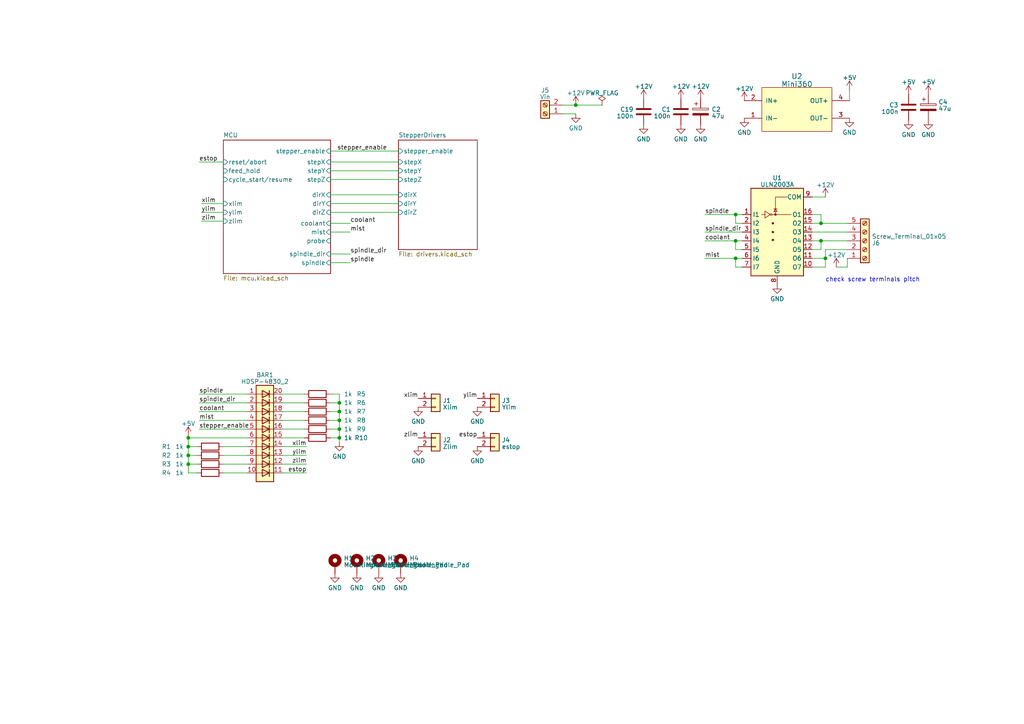
<source format=kicad_sch>
(kicad_sch (version 20230121) (generator eeschema)
  (paper "A4")
  (title_block (title "CNC controller") (date "2023-08-26") (rev "A") (company "Xavier Bourlot"))
  (lib_symbols
    (symbol "Connector:Screw_Terminal_01x02" (pin_names (offset 1.016) hide)
      (property "Reference" "J" (at 0 2.54 0))
      (property "Value" "Screw_Terminal_01x02" (at 0 -5.08 0))
      (symbol "Screw_Terminal_01x02_1_1"
        (rectangle (start -1.27 1.27) (end 1.27 -3.81) (stroke (width 0.254)) (fill (type background)))
        (circle (center 0 -2.54) (radius 0.635) (stroke (width 0.1524)))
        (polyline (pts (xy -0.5334 -2.2098) (xy 0.3302 -3.048)) (stroke (width 0.1524)))
        (polyline (pts (xy -0.5334 0.3302) (xy 0.3302 -0.508)) (stroke (width 0.1524)))
        (polyline (pts (xy -0.3556 -2.032) (xy 0.508 -2.8702)) (stroke (width 0.1524)))
        (polyline (pts (xy -0.3556 0.508) (xy 0.508 -0.3302)) (stroke (width 0.1524)))
        (circle (center 0 0) (radius 0.635) (stroke (width 0.1524)))
        (pin passive line (at -5.08 0 0) (length 3.81) (name "Pin_1") (number "1"))
        (pin passive line (at -5.08 -2.54 0) (length 3.81) (name "Pin_2") (number "2"))
      )
    )
    (symbol "Connector:Screw_Terminal_01x05" (pin_names (offset 1.016) hide)
      (property "Reference" "J" (at 0 7.62 0))
      (property "Value" "Screw_Terminal_01x05" (at 0 -7.62 0))
      (symbol "Screw_Terminal_01x05_1_1"
        (rectangle (start -1.27 6.35) (end 1.27 -6.35) (stroke (width 0.254)) (fill (type background)))
        (circle (center 0 -5.08) (radius 0.635) (stroke (width 0.1524)))
        (circle (center 0 -2.54) (radius 0.635) (stroke (width 0.1524)))
        (polyline (pts (xy -0.5334 -4.7498) (xy 0.3302 -5.588)) (stroke (width 0.1524)))
        (polyline (pts (xy -0.5334 -2.2098) (xy 0.3302 -3.048)) (stroke (width 0.1524)))
        (polyline (pts (xy -0.5334 0.3302) (xy 0.3302 -0.508)) (stroke (width 0.1524)))
        (polyline (pts (xy -0.5334 2.8702) (xy 0.3302 2.032)) (stroke (width 0.1524)))
        (polyline (pts (xy -0.5334 5.4102) (xy 0.3302 4.572)) (stroke (width 0.1524)))
        (polyline (pts (xy -0.3556 -4.572) (xy 0.508 -5.4102)) (stroke (width 0.1524)))
        (polyline (pts (xy -0.3556 -2.032) (xy 0.508 -2.8702)) (stroke (width 0.1524)))
        (polyline (pts (xy -0.3556 0.508) (xy 0.508 -0.3302)) (stroke (width 0.1524)))
        (polyline (pts (xy -0.3556 3.048) (xy 0.508 2.2098)) (stroke (width 0.1524)))
        (polyline (pts (xy -0.3556 5.588) (xy 0.508 4.7498)) (stroke (width 0.1524)))
        (circle (center 0 0) (radius 0.635) (stroke (width 0.1524)))
        (circle (center 0 2.54) (radius 0.635) (stroke (width 0.1524)))
        (circle (center 0 5.08) (radius 0.635) (stroke (width 0.1524)))
        (pin passive line (at -5.08 5.08 0) (length 3.81) (name "Pin_1") (number "1"))
        (pin passive line (at -5.08 2.54 0) (length 3.81) (name "Pin_2") (number "2"))
        (pin passive line (at -5.08 0 0) (length 3.81) (name "Pin_3") (number "3"))
        (pin passive line (at -5.08 -2.54 0) (length 3.81) (name "Pin_4") (number "4"))
        (pin passive line (at -5.08 -5.08 0) (length 3.81) (name "Pin_5") (number "5"))
      )
    )
    (symbol "Connector_Generic:Conn_01x02" (pin_names (offset 1.016) hide)
      (property "Reference" "J" (at 0 2.54 0))
      (property "Value" "Conn_01x02" (at 0 -5.08 0))
      (symbol "Conn_01x02_1_1"
        (rectangle (start -1.27 -2.413) (end 0 -2.667) (stroke (width 0.1524)))
        (rectangle (start -1.27 0.127) (end 0 -0.127) (stroke (width 0.1524)))
        (rectangle (start -1.27 1.27) (end 1.27 -3.81) (stroke (width 0.254)) (fill (type background)))
        (pin passive line (at -5.08 0 0) (length 3.81) (name "Pin_1") (number "1"))
        (pin passive line (at -5.08 -2.54 0) (length 3.81) (name "Pin_2") (number "2"))
      )
    )
    (symbol "Device:C" (pin_numbers hide) (pin_names (offset 0.254))
      (property "Reference" "C" (at 0.635 2.54 0))
      (property "Value" "C" (at 0.635 -2.54 0))
      (symbol "C_0_1"
        (polyline (pts (xy -2.032 -0.762) (xy 2.032 -0.762)) (stroke (width 0.508)))
        (polyline (pts (xy -2.032 0.762) (xy 2.032 0.762)) (stroke (width 0.508)))
      )
      (symbol "C_1_1"
        (pin passive line (at 0 3.81 270) (length 2.794) (name "~") (number "1"))
        (pin passive line (at 0 -3.81 90) (length 2.794) (name "~") (number "2"))
      )
    )
    (symbol "Device:C_Polarized" (pin_numbers hide) (pin_names (offset 0.254))
      (property "Reference" "C" (at 0.635 2.54 0))
      (property "Value" "C_Polarized" (at 0.635 -2.54 0))
      (symbol "C_Polarized_0_1"
        (rectangle (start -2.286 0.508) (end 2.286 1.016))
        (polyline (pts (xy -1.778 2.286) (xy -0.762 2.286)))
        (polyline (pts (xy -1.27 2.794) (xy -1.27 1.778)))
        (rectangle (start 2.286 -0.508) (end -2.286 -1.016) (fill (type outline)))
      )
      (symbol "C_Polarized_1_1"
        (pin passive line (at 0 3.81 270) (length 2.794) (name "~") (number "1"))
        (pin passive line (at 0 -3.81 90) (length 2.794) (name "~") (number "2"))
      )
    )
    (symbol "Device:R" (pin_numbers hide) (pin_names (offset 0))
      (property "Reference" "R" (at 2.032 0 90))
      (property "Value" "R" (at 0 0 90))
      (symbol "R_0_1"
        (rectangle (start -1.016 -2.54) (end 1.016 2.54) (stroke (width 0.254)))
      )
      (symbol "R_1_1"
        (pin passive line (at 0 3.81 270) (length 1.27) (name "~") (number "1"))
        (pin passive line (at 0 -3.81 90) (length 1.27) (name "~") (number "2"))
      )
    )
    (symbol "LED:HDSP-4830_2" (pin_names (offset 1.016) hide)
      (property "Reference" "BAR" (at 0 15.24 0))
      (property "Value" "HDSP-4830_2" (at 0 -17.78 0))
      (symbol "HDSP-4830_2_0_1"
        (rectangle (start -2.54 12.7) (end 2.54 -15.24) (stroke (width 0.254)) (fill (type background)))
        (polyline (pts (xy -2.54 -12.7) (xy 2.54 -12.7)))
        (polyline (pts (xy -2.54 -10.16) (xy 2.54 -10.16)))
        (polyline (pts (xy -2.54 -7.62) (xy 2.54 -7.62)))
        (polyline (pts (xy -2.54 -5.08) (xy 2.54 -5.08)))
        (polyline (pts (xy -2.54 0) (xy 2.54 0)))
        (polyline (pts (xy -2.54 5.08) (xy 2.54 5.08)))
        (polyline (pts (xy -2.54 7.62) (xy 2.54 7.62)))
        (polyline (pts (xy -2.54 10.16) (xy 2.54 10.16)))
        (polyline (pts (xy 1.27 -11.684) (xy 1.27 -13.716)) (stroke (width 0.254)))
        (polyline (pts (xy 1.27 -9.144) (xy 1.27 -11.176)) (stroke (width 0.254)))
        (polyline (pts (xy 1.27 -6.604) (xy 1.27 -8.636)) (stroke (width 0.254)))
        (polyline (pts (xy 1.27 -4.064) (xy 1.27 -6.096)) (stroke (width 0.254)))
        (polyline (pts (xy 1.27 -1.524) (xy 1.27 -3.556)) (stroke (width 0.254)))
        (polyline (pts (xy 1.27 1.016) (xy 1.27 -1.016)) (stroke (width 0.254)))
        (polyline (pts (xy 1.27 3.556) (xy 1.27 1.524)) (stroke (width 0.254)))
        (polyline (pts (xy 1.27 6.096) (xy 1.27 4.064)) (stroke (width 0.254)))
        (polyline (pts (xy 1.27 8.636) (xy 1.27 6.604)) (stroke (width 0.254)))
        (polyline (pts (xy 1.27 11.176) (xy 1.27 9.144)) (stroke (width 0.254)))
        (polyline (pts (xy 2.54 -2.54) (xy -2.54 -2.54)))
        (polyline (pts (xy 2.54 2.54) (xy -2.54 2.54)))
        (polyline (pts (xy -0.762 -11.684) (xy -0.762 -13.716) (xy 1.27 -12.7) (xy -0.762 -11.684)) (stroke (width 0.254)))
        (polyline (pts (xy -0.762 -9.144) (xy -0.762 -11.176) (xy 1.27 -10.16) (xy -0.762 -9.144)) (stroke (width 0.254)))
        (polyline (pts (xy -0.762 -6.604) (xy -0.762 -8.636) (xy 1.27 -7.62) (xy -0.762 -6.604)) (stroke (width 0.254)))
        (polyline (pts (xy -0.762 -4.064) (xy -0.762 -6.096) (xy 1.27 -5.08) (xy -0.762 -4.064)) (stroke (width 0.254)))
        (polyline (pts (xy -0.762 -1.524) (xy -0.762 -3.556) (xy 1.27 -2.54) (xy -0.762 -1.524)) (stroke (width 0.254)))
        (polyline (pts (xy -0.762 1.016) (xy -0.762 -1.016) (xy 1.27 0) (xy -0.762 1.016)) (stroke (width 0.254)))
        (polyline (pts (xy -0.762 3.556) (xy -0.762 1.524) (xy 1.27 2.54) (xy -0.762 3.556)) (stroke (width 0.254)))
        (polyline (pts (xy -0.762 6.096) (xy -0.762 4.064) (xy 1.27 5.08) (xy -0.762 6.096)) (stroke (width 0.254)))
        (polyline (pts (xy -0.762 8.636) (xy -0.762 6.604) (xy 1.27 7.62) (xy -0.762 8.636)) (stroke (width 0.254)))
        (polyline (pts (xy -0.762 11.176) (xy -0.762 9.144) (xy 1.27 10.16) (xy -0.762 11.176)) (stroke (width 0.254)))
      )
      (symbol "HDSP-4830_2_1_1"
        (pin passive line (at -5.08 10.16 0) (length 2.54) (name "A") (number "1"))
        (pin passive line (at -5.08 -12.7 0) (length 2.54) (name "A") (number "10"))
        (pin passive line (at 5.08 -12.7 180) (length 2.54) (name "K") (number "11"))
        (pin passive line (at 5.08 -10.16 180) (length 2.54) (name "K") (number "12"))
        (pin passive line (at 5.08 -7.62 180) (length 2.54) (name "K") (number "13"))
        (pin passive line (at 5.08 -5.08 180) (length 2.54) (name "K") (number "14"))
        (pin passive line (at 5.08 -2.54 180) (length 2.54) (name "K") (number "15"))
        (pin passive line (at 5.08 0 180) (length 2.54) (name "K") (number "16"))
        (pin passive line (at 5.08 2.54 180) (length 2.54) (name "K") (number "17"))
        (pin passive line (at 5.08 5.08 180) (length 2.54) (name "K") (number "18"))
        (pin passive line (at 5.08 7.62 180) (length 2.54) (name "K") (number "19"))
        (pin passive line (at -5.08 7.62 0) (length 2.54) (name "A") (number "2"))
        (pin passive line (at 5.08 10.16 180) (length 2.54) (name "K") (number "20"))
        (pin passive line (at -5.08 5.08 0) (length 2.54) (name "A") (number "3"))
        (pin passive line (at -5.08 2.54 0) (length 2.54) (name "A") (number "4"))
        (pin passive line (at -5.08 0 0) (length 2.54) (name "A") (number "5"))
        (pin passive line (at -5.08 -2.54 0) (length 2.54) (name "A") (number "6"))
        (pin passive line (at -5.08 -5.08 0) (length 2.54) (name "A") (number "7"))
        (pin passive line (at -5.08 -7.62 0) (length 2.54) (name "A") (number "8"))
        (pin passive line (at -5.08 -10.16 0) (length 2.54) (name "A") (number "9"))
      )
    )
    (symbol "Mechanical:MountingHole_Pad" (pin_numbers hide) (pin_names (offset 1.016) hide)
      (property "Reference" "H" (at 0 6.35 0))
      (property "Value" "MountingHole_Pad" (at 0 4.445 0))
      (symbol "MountingHole_Pad_0_1"
        (circle (center 0 1.27) (radius 1.27) (stroke (width 1.27)))
      )
      (symbol "MountingHole_Pad_1_1"
        (pin input line (at 0 -2.54 90) (length 2.54) (name "1") (number "1"))
      )
    )
    (symbol "Transistor_Array:ULN2003A"
      (property "Reference" "U" (at 0 15.875 0))
      (property "Value" "ULN2003A" (at 0 13.97 0))
      (symbol "ULN2003A_0_1"
        (rectangle (start -7.62 -12.7) (end 7.62 12.7) (stroke (width 0.254)) (fill (type background)))
        (circle (center -1.778 5.08) (radius 0.254))
        (circle (center -1.27 -2.286) (radius 0.254) (fill (type outline)))
        (circle (center -1.27 0) (radius 0.254) (fill (type outline)))
        (circle (center -1.27 2.54) (radius 0.254) (fill (type outline)))
        (circle (center -0.508 5.08) (radius 0.254) (fill (type outline)))
        (polyline (pts (xy -4.572 5.08) (xy -3.556 5.08)))
        (polyline (pts (xy -1.524 5.08) (xy 4.064 5.08)))
        (polyline (pts (xy 0 6.731) (xy -1.016 6.731)))
        (polyline (pts (xy -0.508 5.08) (xy -0.508 10.16) (xy 2.921 10.16)))
        (polyline (pts (xy -3.556 6.096) (xy -3.556 4.064) (xy -2.032 5.08) (xy -3.556 6.096)))
        (polyline (pts (xy 0 5.969) (xy -1.016 5.969) (xy -0.508 6.731) (xy 0 5.969)))
      )
      (symbol "ULN2003A_1_1"
        (pin input line (at -10.16 5.08 0) (length 2.54) (name "I1") (number "1"))
        (pin open_collector line (at 10.16 -10.16 180) (length 2.54) (name "O7") (number "10"))
        (pin open_collector line (at 10.16 -7.62 180) (length 2.54) (name "O6") (number "11"))
        (pin open_collector line (at 10.16 -5.08 180) (length 2.54) (name "O5") (number "12"))
        (pin open_collector line (at 10.16 -2.54 180) (length 2.54) (name "O4") (number "13"))
        (pin open_collector line (at 10.16 0 180) (length 2.54) (name "O3") (number "14"))
        (pin open_collector line (at 10.16 2.54 180) (length 2.54) (name "O2") (number "15"))
        (pin open_collector line (at 10.16 5.08 180) (length 2.54) (name "O1") (number "16"))
        (pin input line (at -10.16 2.54 0) (length 2.54) (name "I2") (number "2"))
        (pin input line (at -10.16 0 0) (length 2.54) (name "I3") (number "3"))
        (pin input line (at -10.16 -2.54 0) (length 2.54) (name "I4") (number "4"))
        (pin input line (at -10.16 -5.08 0) (length 2.54) (name "I5") (number "5"))
        (pin input line (at -10.16 -7.62 0) (length 2.54) (name "I6") (number "6"))
        (pin input line (at -10.16 -10.16 0) (length 2.54) (name "I7") (number "7"))
        (pin power_in line (at 0 -15.24 90) (length 2.54) (name "GND") (number "8"))
        (pin passive line (at 10.16 10.16 180) (length 2.54) (name "COM") (number "9"))
      )
    )
    (symbol "_MYLIBRARY:Mini360" (pin_names (offset 1.016))
      (property "Reference" "U" (at 0 -5.08 0))
      (property "Value" "Mini360" (at 0 5.08 0))
      (symbol "Mini360_1_1"
        (rectangle (start -10.16 6.35) (end 10.16 -6.35) (fill (type background)))
        (pin power_in line (at -15.24 -2.54 0) (length 5.08) (name "IN-") (number "1"))
        (pin power_in line (at -15.24 2.54 0) (length 5.08) (name "IN+") (number "2"))
        (pin passive line (at 15.24 -2.54 180) (length 5.08) (name "OUT-") (number "3"))
        (pin power_out line (at 15.24 2.54 180) (length 5.08) (name "OUT+") (number "4"))
      )
    )
    (symbol "power:+12V" (power) (pin_names (offset 0))
      (property "Value" "+12V" (at 0 3.556 0))
      (symbol "+12V_0_1"
        (polyline (pts (xy -0.762 1.27) (xy 0 2.54)))
        (polyline (pts (xy 0 0) (xy 0 2.54)))
        (polyline (pts (xy 0 2.54) (xy 0.762 1.27)))
      )
      (symbol "+12V_1_1"
        (pin power_in line (at 0 0 90) (length 0) hide (name "+12V") (number "1"))
      )
    )
    (symbol "power:+5V" (power) (pin_names (offset 0))
      (property "Value" "+5V" (at 0 3.556 0))
      (symbol "+5V_0_1"
        (polyline (pts (xy -0.762 1.27) (xy 0 2.54)))
        (polyline (pts (xy 0 0) (xy 0 2.54)))
        (polyline (pts (xy 0 2.54) (xy 0.762 1.27)))
      )
      (symbol "+5V_1_1"
        (pin power_in line (at 0 0 90) (length 0) hide (name "+5V") (number "1"))
      )
    )
    (symbol "power:GND" (power) (pin_names (offset 0))
      (property "Value" "GND" (at 0 -3.81 0))
      (symbol "GND_0_1"
        (polyline (pts (xy 0 0) (xy 0 -1.27) (xy 1.27 -1.27) (xy 0 -2.54) (xy -1.27 -1.27) (xy 0 -1.27)))
      )
      (symbol "GND_1_1"
        (pin power_in line (at 0 0 270) (length 0) hide (name "GND") (number "1"))
      )
    )
    (symbol "power:PWR_FLAG" (power) (pin_numbers hide) (pin_names (offset 0) hide)
      (property "Value" "PWR_FLAG" (at 0 3.81 0))
      (symbol "PWR_FLAG_0_0"
        (pin power_out line (at 0 0 90) (length 0) (name "pwr") (number "1"))
      )
      (symbol "PWR_FLAG_0_1"
        (polyline (pts (xy 0 0) (xy 0 1.27) (xy -1.016 1.905) (xy 0 2.54) (xy 1.016 1.905) (xy 0 1.27)))
      )
    )
  )
  (junction (at 98.425 119.38))
  (junction (at 98.425 116.84))
  (junction (at 213.36 62.23))
  (junction (at 54.61 129.54))
  (junction (at 98.425 121.92))
  (junction (at 54.61 134.62))
  (junction (at 238.125 64.77))
  (junction (at 167.005 30.48))
  (junction (at 213.36 74.93))
  (junction (at 98.425 124.46))
  (junction (at 213.36 69.85))
  (junction (at 238.125 69.85))
  (junction (at 54.61 127))
  (junction (at 54.61 132.08))
  (junction (at 239.395 74.93))
  (junction (at 98.425 127))
  (wire (pts (xy 95.885 61.595) (xy 115.57 61.595)))
  (wire (pts (xy 238.125 69.85) (xy 245.745 69.85)))
  (wire (pts (xy 213.36 69.85) (xy 215.265 69.85)))
  (wire (pts (xy 213.36 74.93) (xy 215.265 74.93)))
  (wire (pts (xy 239.395 57.15) (xy 235.585 57.15)))
  (wire (pts (xy 204.47 67.31) (xy 215.265 67.31)))
  (wire (pts (xy 98.425 114.3) (xy 98.425 116.84)))
  (wire (pts (xy 213.36 62.23) (xy 213.36 64.77)))
  (wire (pts (xy 98.425 124.46) (xy 95.885 124.46)))
  (wire (pts (xy 57.785 119.38) (xy 71.755 119.38)))
  (wire (pts (xy 238.125 64.77) (xy 238.125 62.23)))
  (wire (pts (xy 95.885 43.815) (xy 115.57 43.815)))
  (wire (pts (xy 54.61 137.16) (xy 57.15 137.16)))
  (wire (pts (xy 54.61 132.08) (xy 54.61 134.62)))
  (wire (pts (xy 235.585 72.39) (xy 238.125 72.39)))
  (wire (pts (xy 88.9 137.16) (xy 81.915 137.16)))
  (wire (pts (xy 57.785 121.92) (xy 71.755 121.92)))
  (wire (pts (xy 64.77 132.08) (xy 71.755 132.08)))
  (wire (pts (xy 57.785 116.84) (xy 71.755 116.84)))
  (wire (pts (xy 213.36 69.85) (xy 213.36 72.39)))
  (wire (pts (xy 98.425 119.38) (xy 95.885 119.38)))
  (wire (pts (xy 88.9 129.54) (xy 81.915 129.54)))
  (wire (pts (xy 95.885 73.66) (xy 101.6 73.66)))
  (wire (pts (xy 239.395 77.47) (xy 235.585 77.47)))
  (wire (pts (xy 167.005 30.48) (xy 163.195 30.48)))
  (wire (pts (xy 98.425 121.92) (xy 95.885 121.92)))
  (wire (pts (xy 167.005 30.48) (xy 174.625 30.48)))
  (wire (pts (xy 98.425 121.92) (xy 98.425 124.46)))
  (wire (pts (xy 81.915 114.3) (xy 88.265 114.3)))
  (wire (pts (xy 57.785 114.3) (xy 71.755 114.3)))
  (wire (pts (xy 98.425 119.38) (xy 98.425 121.92)))
  (wire (pts (xy 98.425 127) (xy 95.885 127)))
  (wire (pts (xy 81.915 119.38) (xy 88.265 119.38)))
  (wire (pts (xy 235.585 74.93) (xy 239.395 74.93)))
  (wire (pts (xy 64.77 134.62) (xy 71.755 134.62)))
  (wire (pts (xy 98.425 114.3) (xy 95.885 114.3)))
  (wire (pts (xy 167.005 33.02) (xy 163.195 33.02)))
  (wire (pts (xy 57.785 46.99) (xy 64.77 46.99)))
  (wire (pts (xy 95.885 52.07) (xy 115.57 52.07)))
  (wire (pts (xy 81.915 127) (xy 88.265 127)))
  (wire (pts (xy 54.61 129.54) (xy 57.15 129.54)))
  (wire (pts (xy 58.42 64.135) (xy 64.77 64.135)))
  (wire (pts (xy 245.745 77.47) (xy 242.57 77.47)))
  (wire (pts (xy 246.38 26.035) (xy 246.38 29.21)))
  (wire (pts (xy 213.36 74.93) (xy 213.36 77.47)))
  (wire (pts (xy 58.42 61.595) (xy 64.77 61.595)))
  (wire (pts (xy 213.36 62.23) (xy 215.265 62.23)))
  (wire (pts (xy 204.47 62.23) (xy 213.36 62.23)))
  (wire (pts (xy 95.885 56.515) (xy 115.57 56.515)))
  (wire (pts (xy 81.915 116.84) (xy 88.265 116.84)))
  (wire (pts (xy 95.885 116.84) (xy 98.425 116.84)))
  (wire (pts (xy 235.585 64.77) (xy 238.125 64.77)))
  (wire (pts (xy 235.585 67.31) (xy 245.745 67.31)))
  (wire (pts (xy 98.425 124.46) (xy 98.425 127)))
  (wire (pts (xy 204.47 69.85) (xy 213.36 69.85)))
  (wire (pts (xy 239.395 72.39) (xy 245.745 72.39)))
  (wire (pts (xy 239.395 72.39) (xy 239.395 74.93)))
  (wire (pts (xy 54.61 127) (xy 54.61 129.54)))
  (wire (pts (xy 238.125 69.85) (xy 235.585 69.85)))
  (wire (pts (xy 88.9 134.62) (xy 81.915 134.62)))
  (wire (pts (xy 95.885 64.77) (xy 101.6 64.77)))
  (wire (pts (xy 54.61 126.365) (xy 54.61 127)))
  (wire (pts (xy 95.885 67.31) (xy 101.6 67.31)))
  (wire (pts (xy 57.15 134.62) (xy 54.61 134.62)))
  (wire (pts (xy 64.77 137.16) (xy 71.755 137.16)))
  (wire (pts (xy 81.915 121.92) (xy 88.265 121.92)))
  (wire (pts (xy 98.425 127) (xy 98.425 128.27)))
  (wire (pts (xy 245.745 74.93) (xy 245.745 77.47)))
  (wire (pts (xy 81.915 124.46) (xy 88.265 124.46)))
  (wire (pts (xy 64.77 129.54) (xy 71.755 129.54)))
  (wire (pts (xy 88.9 132.08) (xy 81.915 132.08)))
  (wire (pts (xy 95.885 76.2) (xy 101.6 76.2)))
  (wire (pts (xy 95.885 59.055) (xy 115.57 59.055)))
  (wire (pts (xy 239.395 74.93) (xy 239.395 77.47)))
  (wire (pts (xy 238.125 64.77) (xy 245.745 64.77)))
  (wire (pts (xy 54.61 127) (xy 71.755 127)))
  (wire (pts (xy 95.885 49.53) (xy 115.57 49.53)))
  (wire (pts (xy 95.885 46.99) (xy 115.57 46.99)))
  (wire (pts (xy 58.42 59.055) (xy 64.77 59.055)))
  (wire (pts (xy 54.61 129.54) (xy 54.61 132.08)))
  (wire (pts (xy 54.61 132.08) (xy 57.15 132.08)))
  (wire (pts (xy 215.265 64.77) (xy 213.36 64.77)))
  (wire (pts (xy 238.125 62.23) (xy 235.585 62.23)))
  (wire (pts (xy 98.425 116.84) (xy 98.425 119.38)))
  (wire (pts (xy 204.47 74.93) (xy 213.36 74.93)))
  (wire (pts (xy 215.265 77.47) (xy 213.36 77.47)))
  (wire (pts (xy 54.61 134.62) (xy 54.61 137.16)))
  (wire (pts (xy 215.265 72.39) (xy 213.36 72.39)))
  (wire (pts (xy 238.125 72.39) (xy 238.125 69.85)))
  (wire (pts (xy 57.785 124.46) (xy 71.755 124.46)))
  (text "check screw terminals pitch" (at 239.395 81.915 0) (effects (font (size 1.27 1.27)) (justify left bottom)))
  (label "coolant" (at 101.6 64.77 0))
  (label "xlim" (at 121.285 115.57 180))
  (label "zlim" (at 121.285 127 180))
  (label "coolant" (at 57.785 119.38 0))
  (label "spindle_dir" (at 57.785 116.84 0))
  (label "stepper_enable" (at 57.785 124.46 0))
  (label "ylim" (at 58.42 61.595 0))
  (label "estop" (at 138.43 127 180))
  (label "stepper_enable" (at 97.79 43.815 0))
  (label "spindle" (at 204.47 62.23 0))
  (label "xlim" (at 58.42 59.055 0))
  (label "estop" (at 88.9 137.16 180))
  (label "mist" (at 101.6 67.31 0))
  (label "ylim" (at 88.9 132.08 180))
  (label "estop" (at 57.785 46.99 0))
  (label "zlim" (at 58.42 64.135 0))
  (label "spindle" (at 101.6 76.2 0))
  (label "spindle" (at 57.785 114.3 0))
  (label "zlim" (at 88.9 134.62 180))
  (label "mist" (at 57.785 121.92 0))
  (label "mist" (at 204.47 74.93 0))
  (label "spindle_dir" (at 204.47 67.31 0))
  (label "xlim" (at 88.9 129.54 180))
  (label "ylim" (at 138.43 115.57 180))
  (label "coolant" (at 204.47 69.85 0))
  (label "spindle_dir" (at 101.6 73.66 0))
  (symbol (lib_id "Connector_Generic:Conn_01x02") (at 143.51 127 0) (unit 1)
    (property "Reference" "J4" (at 145.542 127.6263 0) (effects (justify left)))
    (property "Value" "estop" (at 145.542 129.5473 0) (effects (justify left)))
    (property "Footprint" "Connector_JST:JST_PH_B2B-PH-K_1x02_P2.00mm_Vertical" (effects hide))
  )
  (symbol (lib_id "power:GND") (at 103.505 166.37 0) (unit 1)
    (property "Reference" "#PWR04" (effects hide))
    (property "Value" "GND" (at 103.505 170.5055 0))
  )
  (symbol (lib_id "power:GND") (at 116.205 166.37 0) (unit 1)
    (property "Reference" "#PWR06" (effects hide))
    (property "Value" "GND" (at 116.205 170.5055 0))
  )
  (symbol (lib_id "power:GND") (at 215.9 34.29 0) (unit 1)
    (property "Reference" "#PWR018" (effects hide))
    (property "Value" "GND" (at 215.9 38.4255 0))
  )
  (symbol (lib_id "Device:R") (at 60.96 129.54 90) (unit 1)
    (property "Reference" "R1" (at 48.26 129.54 90))
    (property "Value" "1k" (at 52.07 129.54 90))
    (property "Footprint" "Resistor_SMD:R_0805_2012Metric_Pad1.20x1.40mm_HandSolder" (effects hide))
  )
  (symbol (lib_id "power:+5V") (at 54.61 126.365 0) (unit 1)
    (property "Reference" "#PWR01" (effects hide))
    (property "Value" "+5V" (at 54.61 122.8631 0))
  )
  (symbol (lib_id "Device:C") (at 186.69 32.385 0) (unit 1)
    (property "Reference" "C19" (at 183.7691 31.7413 0) (effects (justify right)))
    (property "Value" "100n" (at 183.7691 33.6623 0) (effects (justify right)))
    (property "Footprint" "Capacitor_SMD:C_0603_1608Metric_Pad1.08x0.95mm_HandSolder" (effects hide))
  )
  (symbol (lib_id "Mechanical:MountingHole_Pad") (at 116.205 163.83 0) (unit 1)
    (property "Reference" "H4" (at 118.745 161.9163 0) (effects (justify left)))
    (property "Value" "MountingHole_Pad" (at 118.745 163.8373 0) (effects (justify left)))
    (property "Footprint" "MountingHole:MountingHole_4.3mm_M4_Pad_Via" (effects hide))
  )
  (symbol (lib_id "Device:R") (at 92.075 114.3 270) (unit 1)
    (property "Reference" "R5" (at 104.775 114.3 90))
    (property "Value" "1k" (at 100.965 114.3 90))
    (property "Footprint" "Resistor_SMD:R_0805_2012Metric_Pad1.20x1.40mm_HandSolder" (effects hide))
  )
  (symbol (lib_id "Connector:Screw_Terminal_01x05") (at 250.825 69.85 0) (mirror x) (unit 1)
    (property "Reference" "J6" (at 252.857 70.4937 0) (effects (justify left)))
    (property "Value" "Screw_Terminal_01x05" (at 252.857 68.5727 0) (effects (justify left)))
    (property "Footprint" "TerminalBlock:TerminalBlock_bornier-5_P5.08mm" (effects hide))
  )
  (symbol (lib_id "Connector_Generic:Conn_01x02") (at 126.365 115.57 0) (unit 1)
    (property "Reference" "J1" (at 128.397 116.1963 0) (effects (justify left)))
    (property "Value" "Xlim" (at 128.397 118.1173 0) (effects (justify left)))
    (property "Footprint" "Connector_JST:JST_PH_B2B-PH-K_1x02_P2.00mm_Vertical" (effects hide))
  )
  (symbol (lib_id "power:+5V") (at 263.525 27.305 0) (unit 1)
    (property "Reference" "#PWR023" (effects hide))
    (property "Value" "+5V" (at 263.525 23.8031 0))
  )
  (symbol (lib_id "power:GND") (at 121.285 118.11 0) (unit 1)
    (property "Reference" "#PWR07" (effects hide))
    (property "Value" "GND" (at 121.285 122.2455 0))
  )
  (symbol (lib_id "Device:R") (at 60.96 134.62 90) (unit 1)
    (property "Reference" "R3" (at 48.26 134.62 90))
    (property "Value" "1k" (at 52.07 134.62 90))
    (property "Footprint" "Resistor_SMD:R_0805_2012Metric_Pad1.20x1.40mm_HandSolder" (effects hide))
  )
  (symbol (lib_id "power:GND") (at 246.38 34.29 0) (unit 1)
    (property "Reference" "#PWR022" (effects hide))
    (property "Value" "GND" (at 246.38 38.4255 0))
  )
  (symbol (lib_id "Device:R") (at 92.075 116.84 270) (unit 1)
    (property "Reference" "R6" (at 104.775 116.84 90))
    (property "Value" "1k" (at 100.965 116.84 90))
    (property "Footprint" "Resistor_SMD:R_0805_2012Metric_Pad1.20x1.40mm_HandSolder" (effects hide))
  )
  (symbol (lib_id "Device:C_Polarized") (at 203.2 32.385 0) (unit 1)
    (property "Reference" "C2" (at 206.375 31.734 0) (effects (justify left)))
    (property "Value" "47u" (at 206.375 33.655 0) (effects (justify left)))
    (property "Footprint" "Capacitor_THT:CP_Radial_D8.0mm_P3.80mm" (effects hide))
  )
  (symbol (lib_id "power:+12V") (at 197.485 28.575 0) (unit 1)
    (property "Reference" "#PWR013" (effects hide))
    (property "Value" "+12V" (at 197.485 25.0731 0))
  )
  (symbol (lib_id "power:GND") (at 138.43 129.54 0) (unit 1)
    (property "Reference" "#PWR010" (effects hide))
    (property "Value" "GND" (at 138.43 133.6755 0))
  )
  (symbol (lib_id "power:GND") (at 263.525 34.925 0) (unit 1)
    (property "Reference" "#PWR024" (effects hide))
    (property "Value" "GND" (at 263.525 39.0605 0))
  )
  (symbol (lib_id "power:GND") (at 203.2 36.195 0) (unit 1)
    (property "Reference" "#PWR016" (effects hide))
    (property "Value" "GND" (at 203.2 40.3305 0))
  )
  (symbol (lib_id "Device:R") (at 92.075 119.38 270) (unit 1)
    (property "Reference" "R7" (at 104.775 119.38 90))
    (property "Value" "1k" (at 100.965 119.38 90))
    (property "Footprint" "Resistor_SMD:R_0805_2012Metric_Pad1.20x1.40mm_HandSolder" (effects hide))
  )
  (symbol (lib_id "power:+5V") (at 246.38 26.035 0) (unit 1)
    (property "Reference" "#PWR021" (effects hide))
    (property "Value" "+5V" (at 246.38 22.5331 0))
  )
  (symbol (lib_id "Device:C") (at 263.525 31.115 0) (unit 1)
    (property "Reference" "C3" (at 260.6041 30.4713 0) (effects (justify right)))
    (property "Value" "100n" (at 260.6041 32.3923 0) (effects (justify right)))
    (property "Footprint" "Capacitor_SMD:C_0603_1608Metric_Pad1.08x0.95mm_HandSolder" (effects hide))
  )
  (symbol (lib_id "power:GND") (at 225.425 82.55 0) (unit 1)
    (property "Reference" "#PWR019" (effects hide))
    (property "Value" "GND" (at 225.425 86.6855 0))
  )
  (symbol (lib_id "power:GND") (at 98.425 128.27 0) (unit 1)
    (property "Reference" "#PWR03" (effects hide))
    (property "Value" "GND" (at 98.425 132.4055 0))
  )
  (symbol (lib_id "power:GND") (at 109.855 166.37 0) (unit 1)
    (property "Reference" "#PWR05" (effects hide))
    (property "Value" "GND" (at 109.855 170.5055 0))
  )
  (symbol (lib_id "Connector_Generic:Conn_01x02") (at 126.365 127 0) (unit 1)
    (property "Reference" "J2" (at 128.397 127.6263 0) (effects (justify left)))
    (property "Value" "Zlim" (at 128.397 129.5473 0) (effects (justify left)))
    (property "Footprint" "Connector_JST:JST_PH_B2B-PH-K_1x02_P2.00mm_Vertical" (effects hide))
  )
  (symbol (lib_id "Mechanical:MountingHole_Pad") (at 103.505 163.83 0) (unit 1)
    (property "Reference" "H2" (at 106.045 161.9163 0) (effects (justify left)))
    (property "Value" "MountingHole_Pad" (at 106.045 163.8373 0) (effects (justify left)))
    (property "Footprint" "MountingHole:MountingHole_4.3mm_M4_Pad_Via" (effects hide))
  )
  (symbol (lib_id "power:GND") (at 186.69 36.195 0) (unit 1)
    (property "Reference" "#PWR077" (effects hide))
    (property "Value" "GND" (at 186.69 40.3305 0))
  )
  (symbol (lib_id "Mechanical:MountingHole_Pad") (at 97.155 163.83 0) (unit 1)
    (property "Reference" "H1" (at 99.695 161.9163 0) (effects (justify left)))
    (property "Value" "MountingHole_Pad" (at 99.695 163.8373 0) (effects (justify left)))
    (property "Footprint" "MountingHole:MountingHole_4.3mm_M4_Pad_Via" (effects hide))
  )
  (symbol (lib_id "Device:C") (at 197.485 32.385 0) (unit 1)
    (property "Reference" "C1" (at 194.5641 31.7413 0) (effects (justify right)))
    (property "Value" "100n" (at 194.5641 33.6623 0) (effects (justify right)))
    (property "Footprint" "Capacitor_SMD:C_0603_1608Metric_Pad1.08x0.95mm_HandSolder" (effects hide))
  )
  (symbol (lib_id "power:GND") (at 97.155 166.37 0) (unit 1)
    (property "Reference" "#PWR02" (effects hide))
    (property "Value" "GND" (at 97.155 170.5055 0))
  )
  (symbol (lib_id "Connector_Generic:Conn_01x02") (at 143.51 115.57 0) (unit 1)
    (property "Reference" "J3" (at 145.542 116.1963 0) (effects (justify left)))
    (property "Value" "Ylim" (at 145.542 118.1173 0) (effects (justify left)))
    (property "Footprint" "Connector_JST:JST_PH_B2B-PH-K_1x02_P2.00mm_Vertical" (effects hide))
  )
  (symbol (lib_id "Device:R") (at 92.075 127 270) (unit 1)
    (property "Reference" "R10" (at 104.775 127 90))
    (property "Value" "1k" (at 100.965 127 90))
    (property "Footprint" "Resistor_SMD:R_0805_2012Metric_Pad1.20x1.40mm_HandSolder" (effects hide))
  )
  (symbol (lib_id "Device:C_Polarized") (at 269.24 31.115 0) (unit 1)
    (property "Reference" "C4" (at 272.161 29.5823 0) (effects (justify left)))
    (property "Value" "47u" (at 272.161 31.5033 0) (effects (justify left)))
    (property "Footprint" "Capacitor_THT:CP_Radial_D8.0mm_P3.80mm" (effects hide))
  )
  (symbol (lib_id "Device:R") (at 60.96 137.16 90) (unit 1)
    (property "Reference" "R4" (at 48.26 137.16 90))
    (property "Value" "1k" (at 52.07 137.16 90))
    (property "Footprint" "Resistor_SMD:R_0805_2012Metric_Pad1.20x1.40mm_HandSolder" (effects hide))
  )
  (symbol (lib_id "Device:R") (at 60.96 132.08 90) (unit 1)
    (property "Reference" "R2" (at 48.26 132.08 90))
    (property "Value" "1k" (at 52.07 132.08 90))
    (property "Footprint" "Resistor_SMD:R_0805_2012Metric_Pad1.20x1.40mm_HandSolder" (effects hide))
  )
  (symbol (lib_id "LED:HDSP-4830_2") (at 76.835 124.46 0) (unit 1)
    (property "Reference" "BAR1" (at 76.835 108.7501 0))
    (property "Value" "HDSP-4830_2" (at 76.835 110.6711 0))
    (property "Footprint" "Display:HDSP-4830" (effects hide))
    (property "Datasheet" "https://docs.broadcom.com/docs/AV02-1798EN" (effects hide))
  )
  (symbol (lib_id "Device:R") (at 92.075 124.46 270) (unit 1)
    (property "Reference" "R9" (at 104.775 124.46 90))
    (property "Value" "1k" (at 100.965 124.46 90))
    (property "Footprint" "Resistor_SMD:R_0805_2012Metric_Pad1.20x1.40mm_HandSolder" (effects hide))
  )
  (symbol (lib_id "power:+5V") (at 269.24 27.305 0) (unit 1)
    (property "Reference" "#PWR025" (effects hide))
    (property "Value" "+5V" (at 269.24 23.8031 0))
  )
  (symbol (lib_id "power:+12V") (at 239.395 57.15 0) (unit 1)
    (property "Reference" "#PWR020" (effects hide))
    (property "Value" "+12V" (at 239.395 53.6481 0))
  )
  (symbol (lib_id "Connector:Screw_Terminal_01x02") (at 158.115 33.02 180) (unit 1)
    (property "Reference" "J5" (at 158.115 26.2001 0))
    (property "Value" "Vin" (at 158.115 28.1211 0))
    (property "Footprint" "TerminalBlock:TerminalBlock_bornier-2_P5.08mm" (effects hide))
  )
  (symbol (lib_id "Device:R") (at 92.075 121.92 270) (unit 1)
    (property "Reference" "R8" (at 104.775 121.92 90))
    (property "Value" "1k" (at 100.965 121.92 90))
    (property "Footprint" "Resistor_SMD:R_0805_2012Metric_Pad1.20x1.40mm_HandSolder" (effects hide))
  )
  (symbol (lib_id "Transistor_Array:ULN2003A") (at 225.425 67.31 0) (unit 1)
    (property "Reference" "U1" (at 225.425 51.6001 0))
    (property "Value" "ULN2003A" (at 225.425 53.5211 0))
    (property "Footprint" "Package_DIP:DIP-16_W7.62mm_LongPads" (effects hide))
    (property "Datasheet" "http://www.ti.com/lit/ds/symlink/uln2003a.pdf" (effects hide))
  )
  (symbol (lib_id "power:+12V") (at 215.9 29.21 0) (unit 1)
    (property "Reference" "#PWR017" (effects hide))
    (property "Value" "+12V" (at 215.9 25.7081 0))
  )
  (symbol (lib_id "power:+12V") (at 186.69 28.575 0) (unit 1)
    (property "Reference" "#PWR076" (effects hide))
    (property "Value" "+12V" (at 186.69 25.0731 0))
  )
  (symbol (lib_id "power:GND") (at 121.285 129.54 0) (unit 1)
    (property "Reference" "#PWR08" (effects hide))
    (property "Value" "GND" (at 121.285 133.6755 0))
  )
  (symbol (lib_id "power:PWR_FLAG") (at 174.625 30.48 0) (unit 1)
    (property "Reference" "#FLG02" (effects hide))
    (property "Value" "PWR_FLAG" (at 174.625 26.9781 0))
  )
  (symbol (lib_id "power:+12V") (at 242.57 77.47 0) (unit 1)
    (property "Reference" "#PWR078" (effects hide))
    (property "Value" "+12V" (at 242.57 73.9681 0))
  )
  (symbol (lib_id "power:GND") (at 269.24 34.925 0) (unit 1)
    (property "Reference" "#PWR026" (effects hide))
    (property "Value" "GND" (at 269.24 39.0605 0))
  )
  (symbol (lib_id "power:+12V") (at 167.005 30.48 0) (unit 1)
    (property "Reference" "#PWR011" (effects hide))
    (property "Value" "+12V" (at 167.005 26.9781 0))
  )
  (symbol (lib_id "power:GND") (at 167.005 33.02 0) (unit 1)
    (property "Reference" "#PWR012" (effects hide))
    (property "Value" "GND" (at 167.005 37.1555 0))
  )
  (symbol (lib_id "power:+12V") (at 203.2 28.575 0) (unit 1)
    (property "Reference" "#PWR015" (effects hide))
    (property "Value" "+12V" (at 203.2 25.0731 0))
  )
  (symbol (lib_id "power:GND") (at 197.485 36.195 0) (unit 1)
    (property "Reference" "#PWR014" (effects hide))
    (property "Value" "GND" (at 197.485 40.3305 0))
  )
  (symbol (lib_id "Mechanical:MountingHole_Pad") (at 109.855 163.83 0) (unit 1)
    (property "Reference" "H3" (at 112.395 161.9163 0) (effects (justify left)))
    (property "Value" "MountingHole_Pad" (at 112.395 163.8373 0) (effects (justify left)))
    (property "Footprint" "MountingHole:MountingHole_4.3mm_M4_Pad_Via" (effects hide))
  )
  (symbol (lib_id "_MYLIBRARY:Mini360") (at 231.14 31.75 0) (unit 1)
    (property "Reference" "U2" (at 231.14 22.1439 0) (effects (font (size 1.524 1.524))))
    (property "Value" "Mini360" (at 231.14 24.3981 0) (effects (font (size 1.524 1.524))))
    (property "Footprint" "footprints:Mini360_step-down" (effects hide))
  )
  (symbol (lib_id "power:GND") (at 138.43 118.11 0) (unit 1)
    (property "Reference" "#PWR09" (effects hide))
    (property "Value" "GND" (at 138.43 122.2455 0))
  )
  (sheet (at 115.57 40.64) (size 22.86 31.75) (stroke (width 0.1524))
    (property "Sheetname" "StepperDrivers" (at 115.57 39.9284 0) (effects (justify left bottom)))
    (property "Sheetfile" "drivers.kicad_sch" (at 115.57 72.9746 0) (effects (justify left top)))
    (pin "stepX" input (at 115.57 46.99 180))
    (pin "stepper_enable" input (at 115.57 43.815 180))
    (pin "dirX" input (at 115.57 56.515 180))
    (pin "stepY" input (at 115.57 49.53 180))
    (pin "dirY" input (at 115.57 59.055 180))
    (pin "dirZ" input (at 115.57 61.595 180))
    (pin "stepZ" input (at 115.57 52.07 180))
  )
  (sheet (at 64.77 40.64) (size 31.115 38.735) (stroke (width 0.1524))
    (property "Sheetname" "MCU" (at 64.77 39.9284 0) (effects (justify left bottom)))
    (property "Sheetfile" "mcu.kicad_sch" (at 64.77 79.9596 0) (effects (justify left top)))
    (pin "stepX" input (at 95.885 46.99 0))
    (pin "dirX" input (at 95.885 56.515 0))
    (pin "stepZ" input (at 95.885 52.07 0))
    (pin "dirY" input (at 95.885 59.055 0))
    (pin "stepY" input (at 95.885 49.53 0))
    (pin "dirZ" input (at 95.885 61.595 0))
    (pin "coolant" input (at 95.885 64.77 0))
    (pin "feed_hold" input (at 64.77 49.53 180))
    (pin "spindle_dir" input (at 95.885 73.66 0))
    (pin "reset{slash}abort" input (at 64.77 46.99 180))
    (pin "xlim" input (at 64.77 59.055 180))
    (pin "stepper_enable" input (at 95.885 43.815 0))
    (pin "ylim" input (at 64.77 61.595 180))
    (pin "spindle" input (at 95.885 76.2 0))
    (pin "cycle_start{slash}resume" input (at 64.77 52.07 180))
    (pin "zlim" input (at 64.77 64.135 180))
    (pin "mist" input (at 95.885 67.31 0))
    (pin "probe" input (at 95.885 69.85 0))
  )
)
</source>
